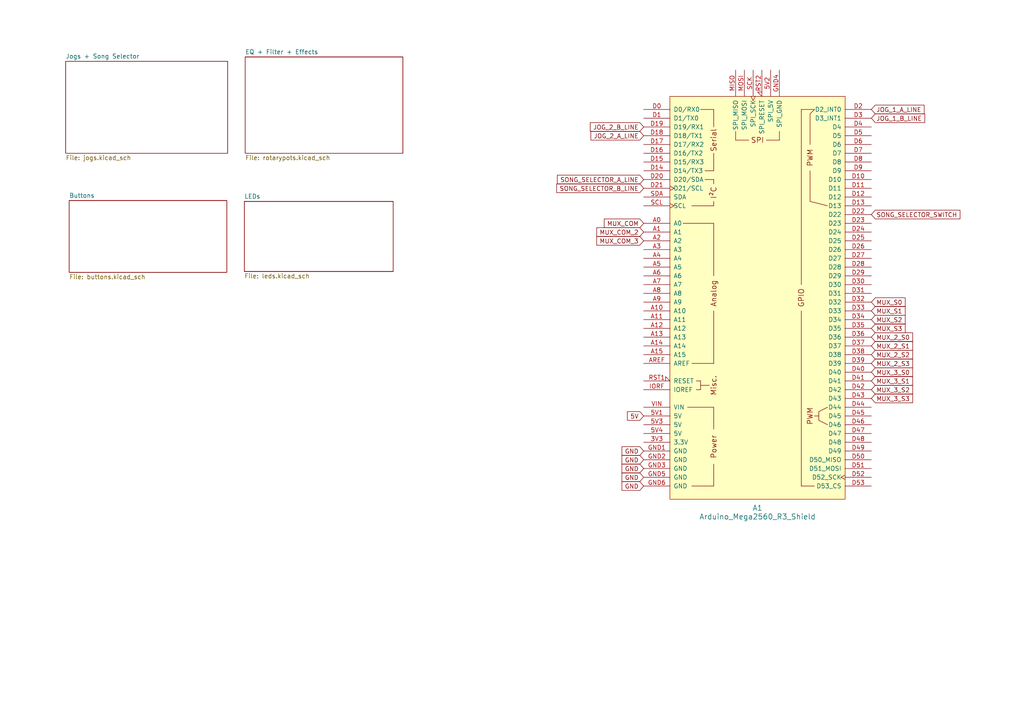
<source format=kicad_sch>
(kicad_sch (version 20250114) (generator "eeschema") (generator_version "9.0")
  (paper "A4")
  (title_block (title "MiniMixer") (rev "1") (company "Alex Goldberg"))
  (lib_symbols
    (symbol "arduino-library:Arduino_Mega2560_R3_Shield" (pin_names (offset 1.016))
      (property "Reference" "A" (at 0 -62.23 0))
      (property "Value" "Arduino_Mega2560_R3_Shield" (at 0 -66.04 0))
      (symbol "Arduino_Mega2560_R3_Shield_0_0"
        (rectangle (start -25.4 -58.42) (end 25.4 58.42) (fill (type background)))
        (polyline (pts (xy -21.59 21.59) (xy -12.7 21.59)))
        (rectangle (start -20.32 -31.75) (end -12.7 -31.75))
        (rectangle (start -19.05 26.67) (end -12.7 26.67))
        (rectangle (start -19.05 -19.05) (end -12.7 -19.05))
        (rectangle (start -19.05 -54.61) (end -12.7 -54.61))
        (rectangle (start -17.78 -24.13) (end -16.51 -24.13))
        (rectangle (start -17.78 -26.67) (end -16.51 -26.67))
        (rectangle (start -16.51 54.61) (end -12.7 54.61))
        (rectangle (start -16.51 -24.13) (end -16.51 -26.67))
        (rectangle (start -16.51 -25.4) (end -13.97 -25.4))
        (rectangle (start -15.24 36.83) (end -12.7 36.83))
        (rectangle (start -15.24 34.29) (end -12.7 34.29))
        (rectangle (start -12.7 49.53) (end -12.7 54.61))
        (rectangle (start -12.7 41.91) (end -12.7 36.83))
        (rectangle (start -12.7 34.29) (end -12.7 33.02))
        (rectangle (start -12.7 26.67) (end -12.7 27.94))
        (polyline (pts (xy -12.7 6.35) (xy -12.7 21.59)))
        (polyline (pts (xy -12.7 -19.05) (xy -12.7 -3.81)))
        (rectangle (start -12.7 -31.75) (end -12.7 -38.1))
        (rectangle (start -12.7 -54.61) (end -12.7 -48.26))
        (rectangle (start -6.35 48.26) (end -6.35 45.72))
        (rectangle (start -2.54 45.72) (end -6.35 45.72))
        (rectangle (start 6.35 48.26) (end 6.35 45.72))
        (rectangle (start 6.35 45.72) (end 2.54 45.72))
        (polyline (pts (xy 12.7 54.61) (xy 16.51 54.61)))
        (polyline (pts (xy 12.7 -54.61) (xy 16.51 -54.61)))
        (polyline (pts (xy 15.24 44.45) (xy 15.24 53.34) (xy 16.51 54.61)))
        (polyline (pts (xy 15.24 36.83) (xy 15.24 27.94) (xy 20.32 26.67)))
        (polyline (pts (xy 17.78 -34.29) (xy 16.51 -34.29)))
        (polyline (pts (xy 20.32 -31.75) (xy 17.78 -33.02) (xy 17.78 -35.56) (xy 20.32 -36.83)))
        (text "Serial" (at -12.7 45.72 900) (effects (font (size 1.524 1.524))))
        (text "I²C" (at -12.7 30.48 900) (effects (font (size 1.524 1.524))))
        (text "Analog" (at -12.7 1.27 900) (effects (font (size 1.524 1.524))))
        (text "Misc." (at -12.7 -25.4 900) (effects (font (size 1.524 1.524))))
        (text "Power" (at -12.7 -43.18 900) (effects (font (size 1.524 1.524))))
        (text "SPI" (at 0 45.72 0) (effects (font (size 1.524 1.524))))
        (text "PWM" (at 15.24 40.64 900) (effects (font (size 1.524 1.524))))
        (text "PWM" (at 15.24 -34.29 900) (effects (font (size 1.524 1.524))))
      )
      (symbol "Arduino_Mega2560_R3_Shield_1_0"
        (rectangle (start 12.7 54.61) (end 12.7 3.81))
        (rectangle (start 12.7 -54.61) (end 12.7 -3.81))
        (text "GPIO" (at 12.7 0 900) (effects (font (size 1.524 1.524))))
      )
      (symbol "Arduino_Mega2560_R3_Shield_1_1"
        (pin bidirectional line (at -33.02 54.61 0) (length 7.62) (name "D0/RX0") (number "D0"))
        (pin bidirectional line (at -33.02 52.07 0) (length 7.62) (name "D1/TX0") (number "D1"))
        (pin bidirectional line (at -33.02 49.53 0) (length 7.62) (name "D19/RX1") (number "D19"))
        (pin bidirectional line (at -33.02 46.99 0) (length 7.62) (name "D18/TX1") (number "D18"))
        (pin bidirectional line (at -33.02 44.45 0) (length 7.62) (name "D17/RX2") (number "D17"))
        (pin bidirectional line (at -33.02 41.91 0) (length 7.62) (name "D16/TX2") (number "D16"))
        (pin bidirectional line (at -33.02 39.37 0) (length 7.62) (name "D15/RX3") (number "D15"))
        (pin bidirectional line (at -33.02 36.83 0) (length 7.62) (name "D14/TX3") (number "D14"))
        (pin bidirectional line (at -33.02 34.29 0) (length 7.62) (name "D20/SDA") (number "D20"))
        (pin bidirectional clock (at -33.02 31.75 0) (length 7.62) (name "D21/SCL") (number "D21"))
        (pin bidirectional line (at -33.02 29.21 0) (length 7.62) (name "SDA") (number "SDA"))
        (pin bidirectional clock (at -33.02 26.67 0) (length 7.62) (name "SCL") (number "SCL"))
        (pin bidirectional line (at -33.02 21.59 0) (length 7.62) (name "A0") (number "A0"))
        (pin bidirectional line (at -33.02 19.05 0) (length 7.62) (name "A1") (number "A1"))
        (pin bidirectional line (at -33.02 16.51 0) (length 7.62) (name "A2") (number "A2"))
        (pin bidirectional line (at -33.02 13.97 0) (length 7.62) (name "A3") (number "A3"))
        (pin bidirectional line (at -33.02 11.43 0) (length 7.62) (name "A4") (number "A4"))
        (pin bidirectional line (at -33.02 8.89 0) (length 7.62) (name "A5") (number "A5"))
        (pin bidirectional line (at -33.02 6.35 0) (length 7.62) (name "A6") (number "A6"))
        (pin bidirectional line (at -33.02 3.81 0) (length 7.62) (name "A7") (number "A7"))
        (pin bidirectional line (at -33.02 1.27 0) (length 7.62) (name "A8") (number "A8"))
        (pin bidirectional line (at -33.02 -1.27 0) (length 7.62) (name "A9") (number "A9"))
        (pin bidirectional line (at -33.02 -3.81 0) (length 7.62) (name "A10") (number "A10"))
        (pin bidirectional line (at -33.02 -6.35 0) (length 7.62) (name "A11") (number "A11"))
        (pin bidirectional line (at -33.02 -8.89 0) (length 7.62) (name "A12") (number "A12"))
        (pin bidirectional line (at -33.02 -11.43 0) (length 7.62) (name "A13") (number "A13"))
        (pin bidirectional line (at -33.02 -13.97 0) (length 7.62) (name "A14") (number "A14"))
        (pin bidirectional line (at -33.02 -16.51 0) (length 7.62) (name "A15") (number "A15"))
        (pin input line (at -33.02 -19.05 0) (length 7.62) (name "AREF") (number "AREF"))
        (pin open_collector input_low (at -33.02 -24.13 0) (length 7.62) (name "RESET") (number "RST1"))
        (pin output line (at -33.02 -26.67 0) (length 7.62) (name "IOREF") (number "IORF"))
        (pin power_in line (at -33.02 -31.75 0) (length 7.62) (name "VIN") (number "VIN"))
        (pin power_in line (at -33.02 -34.29 0) (length 7.62) (name "5V") (number "5V1"))
        (pin power_in line (at -33.02 -36.83 0) (length 7.62) (name "5V") (number "5V3"))
        (pin power_in line (at -33.02 -39.37 0) (length 7.62) (name "5V") (number "5V4"))
        (pin power_out line (at -33.02 -41.91 0) (length 7.62) (name "3.3V") (number "3V3"))
        (pin power_in line (at -33.02 -44.45 0) (length 7.62) (name "GND") (number "GND1"))
        (pin power_in line (at -33.02 -46.99 0) (length 7.62) (name "GND") (number "GND2"))
        (pin power_in line (at -33.02 -49.53 0) (length 7.62) (name "GND") (number "GND3"))
        (pin power_in line (at -33.02 -52.07 0) (length 7.62) (name "GND") (number "GND5"))
        (pin power_in line (at -33.02 -54.61 0) (length 7.62) (name "GND") (number "GND6"))
        (pin input line (at -6.35 66.04 270) (length 7.62) (name "SPI_MISO") (number "MISO"))
        (pin output line (at -3.81 66.04 270) (length 7.62) (name "SPI_MOSI") (number "MOSI"))
        (pin output clock (at -1.27 66.04 270) (length 7.62) (name "SPI_SCK") (number "SCK"))
        (pin open_collector input_low (at 1.27 66.04 270) (length 7.62) (name "SPI_RESET") (number "RST2"))
        (pin power_in line (at 3.81 66.04 270) (length 7.62) (name "SPI_5V") (number "5V2"))
        (pin power_in line (at 6.35 66.04 270) (length 7.62) (name "SPI_GND") (number "GND4"))
        (pin bidirectional line (at 33.02 54.61 180) (length 7.62) (name "D2_INT0") (number "D2"))
        (pin bidirectional line (at 33.02 52.07 180) (length 7.62) (name "D3_INT1") (number "D3"))
        (pin bidirectional line (at 33.02 49.53 180) (length 7.62) (name "D4") (number "D4"))
        (pin bidirectional line (at 33.02 46.99 180) (length 7.62) (name "D5") (number "D5"))
        (pin bidirectional line (at 33.02 44.45 180) (length 7.62) (name "D6") (number "D6"))
        (pin bidirectional line (at 33.02 41.91 180) (length 7.62) (name "D7") (number "D7"))
        (pin bidirectional line (at 33.02 39.37 180) (length 7.62) (name "D8") (number "D8"))
        (pin bidirectional line (at 33.02 36.83 180) (length 7.62) (name "D9") (number "D9"))
        (pin bidirectional line (at 33.02 34.29 180) (length 7.62) (name "D10") (number "D10"))
        (pin bidirectional line (at 33.02 31.75 180) (length 7.62) (name "D11") (number "D11"))
        (pin bidirectional line (at 33.02 29.21 180) (length 7.62) (name "D12") (number "D12"))
        (pin bidirectional line (at 33.02 26.67 180) (length 7.62) (name "D13") (number "D13"))
        (pin bidirectional line (at 33.02 24.13 180) (length 7.62) (name "D22") (number "D22"))
        (pin bidirectional line (at 33.02 21.59 180) (length 7.62) (name "D23") (number "D23"))
        (pin bidirectional line (at 33.02 19.05 180) (length 7.62) (name "D24") (number "D24"))
        (pin bidirectional line (at 33.02 16.51 180) (length 7.62) (name "D25") (number "D25"))
        (pin bidirectional line (at 33.02 13.97 180) (length 7.62) (name "D26") (number "D26"))
        (pin bidirectional line (at 33.02 11.43 180) (length 7.62) (name "D27") (number "D27"))
        (pin bidirectional line (at 33.02 8.89 180) (length 7.62) (name "D28") (number "D28"))
        (pin bidirectional line (at 33.02 6.35 180) (length 7.62) (name "D29") (number "D29"))
        (pin bidirectional line (at 33.02 3.81 180) (length 7.62) (name "D30") (number "D30"))
        (pin bidirectional line (at 33.02 1.27 180) (length 7.62) (name "D31") (number "D31"))
        (pin bidirectional line (at 33.02 -1.27 180) (length 7.62) (name "D32") (number "D32"))
        (pin bidirectional line (at 33.02 -3.81 180) (length 7.62) (name "D33") (number "D33"))
        (pin bidirectional line (at 33.02 -6.35 180) (length 7.62) (name "D34") (number "D34"))
        (pin bidirectional line (at 33.02 -8.89 180) (length 7.62) (name "D35") (number "D35"))
        (pin bidirectional line (at 33.02 -11.43 180) (length 7.62) (name "D36") (number "D36"))
        (pin bidirectional line (at 33.02 -13.97 180) (length 7.62) (name "D37") (number "D37"))
        (pin bidirectional line (at 33.02 -16.51 180) (length 7.62) (name "D38") (number "D38"))
        (pin bidirectional line (at 33.02 -19.05 180) (length 7.62) (name "D39") (number "D39"))
        (pin bidirectional line (at 33.02 -21.59 180) (length 7.62) (name "D40") (number "D40"))
        (pin bidirectional line (at 33.02 -24.13 180) (length 7.62) (name "D41") (number "D41"))
        (pin bidirectional line (at 33.02 -26.67 180) (length 7.62) (name "D42") (number "D42"))
        (pin bidirectional line (at 33.02 -29.21 180) (length 7.62) (name "D43") (number "D43"))
        (pin bidirectional line (at 33.02 -31.75 180) (length 7.62) (name "D44") (number "D44"))
        (pin bidirectional line (at 33.02 -34.29 180) (length 7.62) (name "D45") (number "D45"))
        (pin bidirectional line (at 33.02 -36.83 180) (length 7.62) (name "D46") (number "D46"))
        (pin bidirectional line (at 33.02 -39.37 180) (length 7.62) (name "D47") (number "D47"))
        (pin bidirectional line (at 33.02 -41.91 180) (length 7.62) (name "D48") (number "D48"))
        (pin bidirectional line (at 33.02 -44.45 180) (length 7.62) (name "D49") (number "D49"))
        (pin bidirectional line (at 33.02 -46.99 180) (length 7.62) (name "D50_MISO") (number "D50"))
        (pin bidirectional line (at 33.02 -49.53 180) (length 7.62) (name "D51_MOSI") (number "D51"))
        (pin bidirectional clock (at 33.02 -52.07 180) (length 7.62) (name "D52_SCK") (number "D52"))
        (pin bidirectional line (at 33.02 -54.61 180) (length 7.62) (name "D53_CS") (number "D53"))
      )
    )
  )
  (global_label "GND" (shape input) (at 186.69 138.43 180) (property "Intersheetrefs" "${INTERSHEET_REFS}" (effects (hide yes))))
  (global_label "MUX_2_S0" (shape input) (at 252.73 97.79 0) (property "Intersheetrefs" "${INTERSHEET_REFS}" (effects (hide yes))))
  (global_label "MUX_2_S2" (shape input) (at 252.73 102.87 0) (property "Intersheetrefs" "${INTERSHEET_REFS}" (effects (hide yes))))
  (global_label "MUX_2_S3" (shape input) (at 252.73 105.41 0) (property "Intersheetrefs" "${INTERSHEET_REFS}" (effects (hide yes))))
  (global_label "MUX_COM" (shape input) (at 186.69 64.77 180) (property "Intersheetrefs" "${INTERSHEET_REFS}" (effects (hide yes))))
  (global_label "MUX_S2" (shape input) (at 252.73 92.71 0) (property "Intersheetrefs" "${INTERSHEET_REFS}" (effects (hide yes))))
  (global_label "MUX_3_S0" (shape input) (at 252.73 107.95 0) (property "Intersheetrefs" "${INTERSHEET_REFS}" (effects (hide yes))))
  (global_label "5V" (shape input) (at 186.69 120.65 180) (property "Intersheetrefs" "${INTERSHEET_REFS}" (effects (hide yes))))
  (global_label "SONG_SELECTOR_A_LINE" (shape input) (at 186.69 52.07 180) (property "Intersheetrefs" "${INTERSHEET_REFS}" (effects (hide yes))))
  (global_label "JOG_2_B_LINE" (shape input) (at 186.69 36.83 180) (property "Intersheetrefs" "${INTERSHEET_REFS}" (effects (hide yes))))
  (global_label "MUX_3_S2" (shape input) (at 252.73 113.03 0) (property "Intersheetrefs" "${INTERSHEET_REFS}" (effects (hide yes))))
  (global_label "JOG_1_B_LINE" (shape input) (at 252.73 34.29 0) (property "Intersheetrefs" "${INTERSHEET_REFS}" (effects (hide yes))))
  (global_label "GND" (shape input) (at 186.69 140.97 180) (property "Intersheetrefs" "${INTERSHEET_REFS}" (effects (hide yes))))
  (global_label "MUX_3_S3" (shape input) (at 252.73 115.57 0) (property "Intersheetrefs" "${INTERSHEET_REFS}" (effects (hide yes))))
  (global_label "GND" (shape input) (at 186.69 130.81 180) (property "Intersheetrefs" "${INTERSHEET_REFS}" (effects (hide yes))))
  (global_label "MUX_COM_3" (shape input) (at 186.69 69.85 180) (property "Intersheetrefs" "${INTERSHEET_REFS}" (effects (hide yes))))
  (global_label "MUX_2_S1" (shape input) (at 252.73 100.33 0) (property "Intersheetrefs" "${INTERSHEET_REFS}" (effects (hide yes))))
  (global_label "JOG_2_A_LINE" (shape input) (at 186.69 39.37 180) (property "Intersheetrefs" "${INTERSHEET_REFS}" (effects (hide yes))))
  (global_label "MUX_S1" (shape input) (at 252.73 90.17 0) (property "Intersheetrefs" "${INTERSHEET_REFS}" (effects (hide yes))))
  (global_label "MUX_3_S1" (shape input) (at 252.73 110.49 0) (property "Intersheetrefs" "${INTERSHEET_REFS}" (effects (hide yes))))
  (global_label "JOG_1_A_LINE" (shape input) (at 252.73 31.75 0) (property "Intersheetrefs" "${INTERSHEET_REFS}" (effects (hide yes))))
  (global_label "GND" (shape input) (at 186.69 133.35 180) (property "Intersheetrefs" "${INTERSHEET_REFS}" (effects (hide yes))))
  (global_label "MUX_COM_2" (shape input) (at 186.69 67.31 180) (property "Intersheetrefs" "${INTERSHEET_REFS}" (effects (hide yes))))
  (global_label "MUX_S3" (shape input) (at 252.73 95.25 0) (property "Intersheetrefs" "${INTERSHEET_REFS}" (effects (hide yes))))
  (global_label "MUX_S0" (shape input) (at 252.73 87.63 0) (property "Intersheetrefs" "${INTERSHEET_REFS}" (effects (hide yes))))
  (global_label "GND" (shape input) (at 186.69 135.89 180) (property "Intersheetrefs" "${INTERSHEET_REFS}" (effects (hide yes))))
  (global_label "SONG_SELECTOR_SWITCH" (shape input) (at 252.73 62.23 0) (property "Intersheetrefs" "${INTERSHEET_REFS}" (effects (hide yes))))
  (global_label "SONG_SELECTOR_B_LINE" (shape input) (at 186.69 54.61 180) (property "Intersheetrefs" "${INTERSHEET_REFS}" (effects (hide yes))))
  (symbol (lib_id "arduino-library:Arduino_Mega2560_R3_Shield") (at 219.71 86.36 0) (unit 1)
    (property "Reference" "A1" (at 219.71 147.32 0) (effects (font (size 1.524 1.524))))
    (property "Value" "Arduino_Mega2560_R3_Shield" (at 219.71 149.86 0) (effects (font (size 1.524 1.524))))
    (property "Footprint" "PCM_arduino-library:Arduino_Mega2560_R3_Shield" (effects (hide yes)))
    (property "Datasheet" "https://docs.arduino.cc/hardware/mega-2560" (effects (hide yes)))
    (property "Description" "Shield for Arduino Mega 2560 R3" (effects (hide yes)))
  )
  (sheet (at 19.05 17.78) (size 46.99 26.67) (stroke (width 0.1524))
    (property "Sheetname" "Jogs + Song Selector" (at 19.05 17.0684 0) (effects (justify left bottom)))
    (property "Sheetfile" "jogs.kicad_sch" (at 19.05 45.0346 0) (effects (justify left top)))
  )
  (sheet (at 71.12 16.51) (size 45.72 27.94) (stroke (width 0.1524))
    (property "Sheetname" "EQ + Filter + Effects" (at 71.12 15.7984 0) (effects (justify left bottom)))
    (property "Sheetfile" "rotarypots.kicad_sch" (at 71.12 45.0346 0) (effects (justify left top)))
  )
  (sheet (at 70.866 58.42) (size 43.18 20.32) (stroke (width 0.1524))
    (property "Sheetname" "LEDs" (at 70.866 57.7084 0) (effects (justify left bottom)))
    (property "Sheetfile" "leds.kicad_sch" (at 70.866 79.3246 0) (effects (justify left top)))
  )
  (sheet (at 20.066 58.166) (size 45.72 20.828) (stroke (width 0.1524))
    (property "Sheetname" "Buttons" (at 20.066 57.4544 0) (effects (justify left bottom)))
    (property "Sheetfile" "buttons.kicad_sch" (at 20.066 79.5786 0) (effects (justify left top)))
  )
)
</source>
